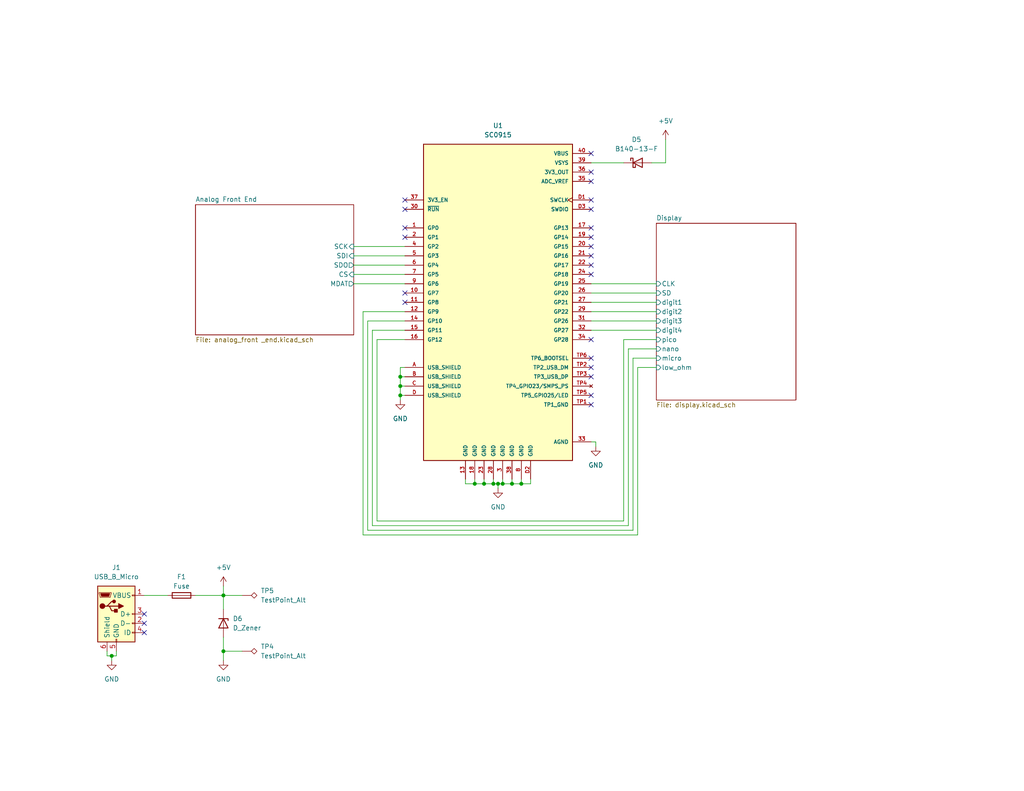
<source format=kicad_sch>
(kicad_sch (version 20230121) (generator eeschema)
  (paper "USLetter")
  (title_block (title "Multimeter") (rev "1"))
  (lib_symbols
    (symbol "Connector:TestPoint_Alt" (pin_numbers hide) (pin_names (offset 0.762) hide)
      (property "Reference" "TP" (at 0 6.858 0))
      (property "Value" "TestPoint_Alt" (at 0 5.08 0))
      (symbol "TestPoint_Alt_0_1"
        (polyline (pts (xy 0 2.54) (xy -0.762 3.302) (xy 0 4.064) (xy 0.762 3.302) (xy 0 2.54)))
      )
      (symbol "TestPoint_Alt_1_1"
        (pin passive line (at 0 0 90) (length 2.54) (name "1") (number "1"))
      )
    )
    (symbol "Connector:USB_B_Micro" (pin_names (offset 1.016))
      (property "Reference" "J" (at -5.08 11.43 0))
      (property "Value" "USB_B_Micro" (at -5.08 8.89 0))
      (symbol "USB_B_Micro_0_1"
        (rectangle (start -5.08 -7.62) (end 5.08 7.62) (stroke (width 0.254)) (fill (type background)))
        (circle (center -3.81 2.159) (radius 0.635) (stroke (width 0.254)) (fill (type outline)))
        (circle (center -0.635 3.429) (radius 0.381) (stroke (width 0.254)) (fill (type outline)))
        (rectangle (start -0.127 -7.62) (end 0.127 -6.858))
        (polyline (pts (xy -1.905 2.159) (xy 0.635 2.159)) (stroke (width 0.254)))
        (polyline (pts (xy -3.175 2.159) (xy -2.54 2.159) (xy -1.27 3.429) (xy -0.635 3.429)) (stroke (width 0.254)))
        (polyline (pts (xy -2.54 2.159) (xy -1.905 2.159) (xy -1.27 0.889) (xy 0 0.889)) (stroke (width 0.254)))
        (polyline (pts (xy 0.635 2.794) (xy 0.635 1.524) (xy 1.905 2.159) (xy 0.635 2.794)) (stroke (width 0.254)) (fill (type outline)))
        (polyline (pts (xy -4.318 5.588) (xy -1.778 5.588) (xy -2.032 4.826) (xy -4.064 4.826) (xy -4.318 5.588)) (fill (type outline)))
        (polyline (pts (xy -4.699 5.842) (xy -4.699 5.588) (xy -4.445 4.826) (xy -4.445 4.572) (xy -1.651 4.572) (xy -1.651 4.826) (xy -1.397 5.588) (xy -1.397 5.842) (xy -4.699 5.842)))
        (rectangle (start 0.254 1.27) (end -0.508 0.508) (stroke (width 0.254)) (fill (type outline)))
        (rectangle (start 5.08 -5.207) (end 4.318 -4.953))
        (rectangle (start 5.08 -2.667) (end 4.318 -2.413))
        (rectangle (start 5.08 -0.127) (end 4.318 0.127))
        (rectangle (start 5.08 4.953) (end 4.318 5.207))
      )
      (symbol "USB_B_Micro_1_1"
        (pin power_out line (at 7.62 5.08 180) (length 2.54) (name "VBUS") (number "1"))
        (pin bidirectional line (at 7.62 -2.54 180) (length 2.54) (name "D-") (number "2"))
        (pin bidirectional line (at 7.62 0 180) (length 2.54) (name "D+") (number "3"))
        (pin passive line (at 7.62 -5.08 180) (length 2.54) (name "ID") (number "4"))
        (pin power_out line (at 0 -10.16 90) (length 2.54) (name "GND") (number "5"))
        (pin passive line (at -2.54 -10.16 90) (length 2.54) (name "Shield") (number "6"))
      )
    )
    (symbol "Device:D_Schottky" (pin_numbers hide) (pin_names (offset 1.016) hide)
      (property "Reference" "D" (at 0 2.54 0))
      (property "Value" "D_Schottky" (at 0 -2.54 0))
      (symbol "D_Schottky_0_1"
        (polyline (pts (xy 1.27 0) (xy -1.27 0)))
        (polyline (pts (xy 1.27 1.27) (xy 1.27 -1.27) (xy -1.27 0) (xy 1.27 1.27)) (stroke (width 0.254)))
        (polyline (pts (xy -1.905 0.635) (xy -1.905 1.27) (xy -1.27 1.27) (xy -1.27 -1.27) (xy -0.635 -1.27) (xy -0.635 -0.635)) (stroke (width 0.254)))
      )
      (symbol "D_Schottky_1_1"
        (pin passive line (at -3.81 0 0) (length 2.54) (name "K") (number "1"))
        (pin passive line (at 3.81 0 180) (length 2.54) (name "A") (number "2"))
      )
    )
    (symbol "Device:D_Zener" (pin_numbers hide) (pin_names (offset 1.016) hide)
      (property "Reference" "D" (at 0 2.54 0))
      (property "Value" "D_Zener" (at 0 -2.54 0))
      (symbol "D_Zener_0_1"
        (polyline (pts (xy 1.27 0) (xy -1.27 0)))
        (polyline (pts (xy -1.27 -1.27) (xy -1.27 1.27) (xy -0.762 1.27)) (stroke (width 0.254)))
        (polyline (pts (xy 1.27 -1.27) (xy 1.27 1.27) (xy -1.27 0) (xy 1.27 -1.27)) (stroke (width 0.254)))
      )
      (symbol "D_Zener_1_1"
        (pin passive line (at -3.81 0 0) (length 2.54) (name "K") (number "1"))
        (pin passive line (at 3.81 0 180) (length 2.54) (name "A") (number "2"))
      )
    )
    (symbol "Device:Fuse" (pin_numbers hide) (pin_names (offset 0))
      (property "Reference" "F" (at 2.032 0 90))
      (property "Value" "Fuse" (at -1.905 0 90))
      (symbol "Fuse_0_1"
        (rectangle (start -0.762 -2.54) (end 0.762 2.54) (stroke (width 0.254)))
        (polyline (pts (xy 0 2.54) (xy 0 -2.54)))
      )
      (symbol "Fuse_1_1"
        (pin passive line (at 0 3.81 270) (length 1.27) (name "~") (number "1"))
        (pin passive line (at 0 -3.81 90) (length 1.27) (name "~") (number "2"))
      )
    )
    (symbol "multimeter_parts:SC0915" (pin_names (offset 1.016))
      (property "Reference" "U" (at -20.32 44.069 0))
      (property "Value" "SC0915" (at 10.16 43.18 0))
      (symbol "SC0915_0_0"
        (rectangle (start -20.32 -43.18) (end 20.32 43.18) (stroke (width 0.254)) (fill (type background)))
        (pin bidirectional line (at -25.4 20.32 0) (length 5.08) (name "GP0") (number "1"))
        (pin bidirectional line (at -25.4 2.54 0) (length 5.08) (name "GP7") (number "10"))
        (pin bidirectional line (at -25.4 0 0) (length 5.08) (name "GP8") (number "11"))
        (pin bidirectional line (at -25.4 -2.54 0) (length 5.08) (name "GP9") (number "12"))
        (pin power_in line (at -8.89 -48.26 90) (length 5.08) (name "GND") (number "13"))
        (pin bidirectional line (at -25.4 -5.08 0) (length 5.08) (name "GP10") (number "14"))
        (pin bidirectional line (at -25.4 -7.62 0) (length 5.08) (name "GP11") (number "15"))
        (pin bidirectional line (at -25.4 -10.16 0) (length 5.08) (name "GP12") (number "16"))
        (pin bidirectional line (at 25.4 20.32 180) (length 5.08) (name "GP13") (number "17"))
        (pin power_in line (at -6.35 -48.26 90) (length 5.08) (name "GND") (number "18"))
        (pin bidirectional line (at 25.4 17.78 180) (length 5.08) (name "GP14") (number "19"))
        (pin bidirectional line (at -25.4 17.78 0) (length 5.08) (name "GP1") (number "2"))
        (pin bidirectional line (at 25.4 15.24 180) (length 5.08) (name "GP15") (number "20"))
        (pin bidirectional line (at 25.4 12.7 180) (length 5.08) (name "GP16") (number "21"))
        (pin bidirectional line (at 25.4 10.16 180) (length 5.08) (name "GP17") (number "22"))
        (pin power_in line (at -3.81 -48.26 90) (length 5.08) (name "GND") (number "23"))
        (pin bidirectional line (at 25.4 7.62 180) (length 5.08) (name "GP18") (number "24"))
        (pin bidirectional line (at 25.4 5.08 180) (length 5.08) (name "GP19") (number "25"))
        (pin bidirectional line (at 25.4 2.54 180) (length 5.08) (name "GP20") (number "26"))
        (pin bidirectional line (at 25.4 0 180) (length 5.08) (name "GP21") (number "27"))
        (pin power_in line (at -1.27 -48.26 90) (length 5.08) (name "GND") (number "28"))
        (pin bidirectional line (at 25.4 -2.54 180) (length 5.08) (name "GP22") (number "29"))
        (pin power_in line (at 1.27 -48.26 90) (length 5.08) (name "GND") (number "3"))
        (pin input line (at -25.4 25.4 0) (length 5.08) (name "~{RUN}") (number "30"))
        (pin bidirectional line (at 25.4 -5.08 180) (length 5.08) (name "GP26") (number "31"))
        (pin bidirectional line (at 25.4 -7.62 180) (length 5.08) (name "GP27") (number "32"))
        (pin power_in line (at 25.4 -38.1 180) (length 5.08) (name "AGND") (number "33"))
        (pin bidirectional line (at 25.4 -10.16 180) (length 5.08) (name "GP28") (number "34"))
        (pin power_in line (at 25.4 33.02 180) (length 5.08) (name "ADC_VREF") (number "35"))
        (pin power_in line (at 25.4 35.56 180) (length 5.08) (name "3V3_OUT") (number "36"))
        (pin input line (at -25.4 27.94 0) (length 5.08) (name "3V3_EN") (number "37"))
        (pin power_in line (at 3.81 -48.26 90) (length 5.08) (name "GND") (number "38"))
        (pin power_in line (at 25.4 38.1 180) (length 5.08) (name "VSYS") (number "39"))
        (pin bidirectional line (at -25.4 15.24 0) (length 5.08) (name "GP2") (number "4"))
        (pin power_in line (at 25.4 40.64 180) (length 5.08) (name "VBUS") (number "40"))
        (pin bidirectional line (at -25.4 12.7 0) (length 5.08) (name "GP3") (number "5"))
        (pin bidirectional line (at -25.4 10.16 0) (length 5.08) (name "GP4") (number "6"))
        (pin bidirectional line (at -25.4 7.62 0) (length 5.08) (name "GP5") (number "7"))
        (pin power_in line (at 6.35 -48.26 90) (length 5.08) (name "GND") (number "8"))
        (pin bidirectional line (at -25.4 5.08 0) (length 5.08) (name "GP6") (number "9"))
        (pin power_in line (at -25.4 -17.78 0) (length 5.08) (name "USB_SHIELD") (number "A"))
        (pin power_in line (at -25.4 -20.32 0) (length 5.08) (name "USB_SHIELD") (number "B"))
        (pin power_in line (at -25.4 -22.86 0) (length 5.08) (name "USB_SHIELD") (number "C"))
        (pin power_in line (at -25.4 -25.4 0) (length 5.08) (name "USB_SHIELD") (number "D"))
        (pin input clock (at 25.4 27.94 180) (length 5.08) (name "SWCLK") (number "D1"))
        (pin power_in line (at 8.89 -48.26 90) (length 5.08) (name "GND") (number "D2"))
        (pin bidirectional line (at 25.4 25.4 180) (length 5.08) (name "SWDIO") (number "D3"))
        (pin power_in line (at 25.4 -27.94 180) (length 5.08) (name "TP1_GND") (number "TP1"))
        (pin bidirectional line (at 25.4 -17.78 180) (length 5.08) (name "TP2_USB_DM") (number "TP2"))
        (pin bidirectional line (at 25.4 -20.32 180) (length 5.08) (name "TP3_USB_DP") (number "TP3"))
        (pin no_connect line (at 25.4 -22.86 180) (length 5.08) (name "TP4_GPIO23/SMPS_PS") (number "TP4"))
        (pin output line (at 25.4 -25.4 180) (length 5.08) (name "TP5_GPIO25/LED") (number "TP5"))
        (pin input line (at 25.4 -15.24 180) (length 5.08) (name "TP6_BOOTSEL") (number "TP6"))
      )
    )
    (symbol "power:+5V" (power) (pin_names (offset 0))
      (property "Value" "+5V" (at 0 3.556 0))
      (symbol "+5V_0_1"
        (polyline (pts (xy -0.762 1.27) (xy 0 2.54)))
        (polyline (pts (xy 0 0) (xy 0 2.54)))
        (polyline (pts (xy 0 2.54) (xy 0.762 1.27)))
      )
      (symbol "+5V_1_1"
        (pin power_in line (at 0 0 90) (length 0) hide (name "+5V") (number "1"))
      )
    )
    (symbol "power:GND" (power) (pin_names (offset 0))
      (property "Value" "GND" (at 0 -3.81 0))
      (symbol "GND_0_1"
        (polyline (pts (xy 0 0) (xy 0 -1.27) (xy 1.27 -1.27) (xy 0 -2.54) (xy -1.27 -1.27) (xy 0 -1.27)))
      )
      (symbol "GND_1_1"
        (pin power_in line (at 0 0 270) (length 0) hide (name "GND") (number "1"))
      )
    )
  )
  (junction (at 139.7 132.08))
  (junction (at 60.96 162.56))
  (junction (at 137.16 132.08))
  (junction (at 30.48 179.07))
  (junction (at 135.89 132.08))
  (junction (at 60.96 177.8))
  (junction (at 132.08 132.08))
  (junction (at 109.22 107.95))
  (junction (at 134.62 132.08))
  (junction (at 109.22 105.41))
  (junction (at 129.54 132.08))
  (junction (at 142.24 132.08))
  (junction (at 109.22 102.87))
  (no_connect (at 161.29 107.95))
  (no_connect (at 161.29 41.91))
  (no_connect (at 161.29 67.31))
  (no_connect (at 110.49 54.61))
  (no_connect (at 161.29 54.61))
  (no_connect (at 39.37 170.18))
  (no_connect (at 161.29 74.93))
  (no_connect (at 161.29 64.77))
  (no_connect (at 110.49 62.23))
  (no_connect (at 161.29 92.71))
  (no_connect (at 110.49 80.01))
  (no_connect (at 161.29 46.99))
  (no_connect (at 161.29 49.53))
  (no_connect (at 161.29 110.49))
  (no_connect (at 110.49 57.15))
  (no_connect (at 161.29 69.85))
  (no_connect (at 161.29 57.15))
  (no_connect (at 39.37 172.72))
  (no_connect (at 110.49 64.77))
  (no_connect (at 110.49 82.55))
  (no_connect (at 39.37 167.64))
  (no_connect (at 161.29 72.39))
  (no_connect (at 161.29 100.33))
  (no_connect (at 161.29 97.79))
  (no_connect (at 161.29 102.87))
  (no_connect (at 161.29 62.23))
  (wire (pts (xy 179.07 95.25) (xy 171.45 95.25)))
  (wire (pts (xy 60.96 162.56) (xy 60.96 166.37)))
  (wire (pts (xy 134.62 130.81) (xy 134.62 132.08)))
  (wire (pts (xy 171.45 143.51) (xy 101.6 143.51)))
  (wire (pts (xy 127 132.08) (xy 129.54 132.08)))
  (wire (pts (xy 127 130.81) (xy 127 132.08)))
  (wire (pts (xy 161.29 120.65) (xy 162.56 120.65)))
  (wire (pts (xy 139.7 130.81) (xy 139.7 132.08)))
  (wire (pts (xy 161.29 90.17) (xy 179.07 90.17)))
  (wire (pts (xy 96.52 69.85) (xy 110.49 69.85)))
  (wire (pts (xy 109.22 102.87) (xy 110.49 102.87)))
  (wire (pts (xy 170.18 92.71) (xy 170.18 142.24)))
  (wire (pts (xy 109.22 105.41) (xy 110.49 105.41)))
  (wire (pts (xy 161.29 80.01) (xy 179.07 80.01)))
  (wire (pts (xy 109.22 100.33) (xy 110.49 100.33)))
  (wire (pts (xy 101.6 90.17) (xy 110.49 90.17)))
  (wire (pts (xy 31.75 177.8) (xy 31.75 179.07)))
  (wire (pts (xy 137.16 132.08) (xy 139.7 132.08)))
  (wire (pts (xy 109.22 102.87) (xy 109.22 100.33)))
  (wire (pts (xy 161.29 87.63) (xy 179.07 87.63)))
  (wire (pts (xy 179.07 100.33) (xy 173.99 100.33)))
  (wire (pts (xy 129.54 130.81) (xy 129.54 132.08)))
  (wire (pts (xy 144.78 132.08) (xy 144.78 130.81)))
  (wire (pts (xy 30.48 179.07) (xy 31.75 179.07)))
  (wire (pts (xy 96.52 67.31) (xy 110.49 67.31)))
  (wire (pts (xy 60.96 162.56) (xy 66.04 162.56)))
  (wire (pts (xy 109.22 107.95) (xy 110.49 107.95)))
  (wire (pts (xy 162.56 120.65) (xy 162.56 121.92)))
  (wire (pts (xy 29.21 177.8) (xy 29.21 179.07)))
  (wire (pts (xy 60.96 177.8) (xy 60.96 180.34)))
  (wire (pts (xy 173.99 100.33) (xy 173.99 146.05)))
  (wire (pts (xy 109.22 105.41) (xy 109.22 102.87)))
  (wire (pts (xy 161.29 85.09) (xy 179.07 85.09)))
  (wire (pts (xy 53.34 162.56) (xy 60.96 162.56)))
  (wire (pts (xy 96.52 77.47) (xy 110.49 77.47)))
  (wire (pts (xy 134.62 132.08) (xy 135.89 132.08)))
  (wire (pts (xy 137.16 130.81) (xy 137.16 132.08)))
  (wire (pts (xy 96.52 74.93) (xy 110.49 74.93)))
  (wire (pts (xy 101.6 143.51) (xy 101.6 90.17)))
  (wire (pts (xy 172.72 97.79) (xy 172.72 144.78)))
  (wire (pts (xy 179.07 97.79) (xy 172.72 97.79)))
  (wire (pts (xy 173.99 146.05) (xy 99.06 146.05)))
  (wire (pts (xy 60.96 177.8) (xy 66.04 177.8)))
  (wire (pts (xy 132.08 132.08) (xy 134.62 132.08)))
  (wire (pts (xy 109.22 107.95) (xy 109.22 105.41)))
  (wire (pts (xy 102.87 142.24) (xy 102.87 92.71)))
  (wire (pts (xy 142.24 132.08) (xy 144.78 132.08)))
  (wire (pts (xy 161.29 44.45) (xy 170.18 44.45)))
  (wire (pts (xy 99.06 85.09) (xy 110.49 85.09)))
  (wire (pts (xy 142.24 130.81) (xy 142.24 132.08)))
  (wire (pts (xy 39.37 162.56) (xy 45.72 162.56)))
  (wire (pts (xy 170.18 142.24) (xy 102.87 142.24)))
  (wire (pts (xy 100.33 144.78) (xy 100.33 87.63)))
  (wire (pts (xy 139.7 132.08) (xy 142.24 132.08)))
  (wire (pts (xy 135.89 132.08) (xy 135.89 133.35)))
  (wire (pts (xy 179.07 92.71) (xy 170.18 92.71)))
  (wire (pts (xy 129.54 132.08) (xy 132.08 132.08)))
  (wire (pts (xy 99.06 146.05) (xy 99.06 85.09)))
  (wire (pts (xy 181.61 44.45) (xy 177.8 44.45)))
  (wire (pts (xy 60.96 173.99) (xy 60.96 177.8)))
  (wire (pts (xy 100.33 87.63) (xy 110.49 87.63)))
  (wire (pts (xy 132.08 130.81) (xy 132.08 132.08)))
  (wire (pts (xy 161.29 82.55) (xy 179.07 82.55)))
  (wire (pts (xy 161.29 77.47) (xy 179.07 77.47)))
  (wire (pts (xy 172.72 144.78) (xy 100.33 144.78)))
  (wire (pts (xy 102.87 92.71) (xy 110.49 92.71)))
  (wire (pts (xy 30.48 179.07) (xy 30.48 180.34)))
  (wire (pts (xy 135.89 132.08) (xy 137.16 132.08)))
  (wire (pts (xy 171.45 95.25) (xy 171.45 143.51)))
  (wire (pts (xy 60.96 162.56) (xy 60.96 160.02)))
  (wire (pts (xy 29.21 179.07) (xy 30.48 179.07)))
  (wire (pts (xy 109.22 109.22) (xy 109.22 107.95)))
  (wire (pts (xy 96.52 72.39) (xy 110.49 72.39)))
  (wire (pts (xy 181.61 38.1) (xy 181.61 44.45)))
  (symbol (lib_id "Connector:USB_B_Micro") (at 31.75 167.64 0) (unit 1)
    (property "Reference" "J1" (at 31.75 154.94 0))
    (property "Value" "USB_B_Micro" (at 31.75 157.48 0))
  )
  (symbol (lib_id "Connector:TestPoint_Alt") (at 66.04 162.56 270) (unit 1)
    (property "Reference" "TP5" (at 71.12 161.29 90) (effects (justify left)))
    (property "Value" "TestPoint_Alt" (at 71.12 163.83 90) (effects (justify left)))
  )
  (symbol (lib_id "Device:D_Zener") (at 60.96 170.18 270) (unit 1)
    (property "Reference" "D6" (at 63.5 168.91 90) (effects (justify left)))
    (property "Value" "D_Zener" (at 63.5 171.45 90) (effects (justify left)))
  )
  (symbol (lib_id "power:GND") (at 135.89 133.35 0) (unit 1)
    (property "Reference" "#PWR04" (effects hide))
    (property "Value" "GND" (at 135.89 138.43 0))
  )
  (symbol (lib_id "Connector:TestPoint_Alt") (at 66.04 177.8 270) (unit 1)
    (property "Reference" "TP4" (at 71.12 176.53 90) (effects (justify left)))
    (property "Value" "TestPoint_Alt" (at 71.12 179.07 90) (effects (justify left)))
  )
  (symbol (lib_id "multimeter_parts:SC0915") (at 135.89 82.55 0) (unit 1)
    (property "Reference" "U1" (at 135.89 34.29 0))
    (property "Value" "SC0915" (at 135.89 36.83 0))
    (property "Footprint" "Multimeter:MODULE_SC0915" (effects hide))
    (property "MF" "Raspberry Pi" (effects hide))
    (property "Description" "\nRaspberry Pi Pico Embedded Dev Module | Raspberry Pi SC0915\n" (effects hide))
    (property "Package" "None" (effects hide))
    (property "Price" "None" (effects hide))
    (property "Check_prices" "https://www.snapeda.com/parts/SC0915/Raspberry+Pi/view-part/?ref=eda" (effects hide))
    (property "STANDARD" "Manufacturer Recommendations" (effects hide))
    (property "PARTREV" "1.9" (effects hide))
    (property "SnapEDA_Link" "https://www.snapeda.com/parts/SC0915/Raspberry+Pi/view-part/?ref=snap" (effects hide))
    (property "MP" "SC0915" (effects hide))
    (property "Purchase-URL" "https://www.snapeda.com/api/url_track_click_mouser/?unipart_id=6331605&manufacturer=Raspberry Pi&part_name=SC0915&search_term=raspberry pi pico" (effects hide))
    (property "MANUFACTURER" "Pi Supply" (effects hide))
    (property "Availability" "In Stock" (effects hide))
    (property "SNAPEDA_PN" "SC0915" (effects hide))
  )
  (symbol (lib_id "power:GND") (at 109.22 109.22 0) (unit 1)
    (property "Reference" "#PWR010" (effects hide))
    (property "Value" "GND" (at 109.22 114.3 0))
  )
  (symbol (lib_id "power:GND") (at 162.56 121.92 0) (unit 1)
    (property "Reference" "#PWR05" (effects hide))
    (property "Value" "GND" (at 162.56 127 0))
  )
  (symbol (lib_id "Device:D_Schottky") (at 173.99 44.45 0) (unit 1)
    (property "Reference" "D5" (at 173.6725 38.1 0))
    (property "Value" "B140-13-F" (at 173.6725 40.64 0))
    (property "Footprint" "Diode_SMD:D_0805_2012Metric" (effects hide))
  )
  (symbol (lib_id "Device:Fuse") (at 49.53 162.56 90) (unit 1)
    (property "Reference" "F1" (at 49.53 157.48 90))
    (property "Value" "Fuse" (at 49.53 160.02 90))
    (property "Footprint" "Diode_SMD:D_0805_2012Metric" (effects hide))
  )
  (symbol (lib_id "power:GND") (at 60.96 180.34 0) (unit 1)
    (property "Reference" "#PWR09" (effects hide))
    (property "Value" "GND" (at 60.96 185.42 0))
  )
  (symbol (lib_id "power:+5V") (at 60.96 160.02 0) (unit 1)
    (property "Reference" "#PWR08" (effects hide))
    (property "Value" "+5V" (at 60.96 154.94 0))
  )
  (symbol (lib_id "power:+5V") (at 181.61 38.1 0) (unit 1)
    (property "Reference" "#PWR03" (effects hide))
    (property "Value" "+5V" (at 181.61 33.02 0))
  )
  (symbol (lib_id "power:GND") (at 30.48 180.34 0) (unit 1)
    (property "Reference" "#PWR07" (effects hide))
    (property "Value" "GND" (at 30.48 185.42 0))
  )
  (sheet (at 53.34 55.88) (size 43.18 35.56) (stroke (width 0.1524))
    (property "Sheetname" "Analog Front End" (at 53.34 55.1684 0) (effects (justify left bottom)))
    (property "Sheetfile" "analog_front _end.kicad_sch" (at 53.34 92.0246 0) (effects (justify left top)))
    (pin "SDI" input (at 96.52 69.85 0))
    (pin "SDO" output (at 96.52 72.39 0))
    (pin "SCK" input (at 96.52 67.31 0))
    (pin "CS" input (at 96.52 74.93 0))
    (pin "MDAT" output (at 96.52 77.47 0))
  )
  (sheet (at 179.07 60.96) (size 38.1 48.26) (stroke (width 0.1524))
    (property "Sheetname" "Display" (at 179.07 60.2484 0) (effects (justify left bottom)))
    (property "Sheetfile" "display.kicad_sch" (at 179.07 109.8046 0) (effects (justify left top)))
    (pin "digit2" input (at 179.07 85.09 180))
    (pin "digit1" input (at 179.07 82.55 180))
    (pin "digit3" input (at 179.07 87.63 180))
    (pin "digit4" input (at 179.07 90.17 180))
    (pin "low_ohm" input (at 179.07 100.33 180))
    (pin "pico" input (at 179.07 92.71 180))
    (pin "micro" input (at 179.07 97.79 180))
    (pin "nano" input (at 179.07 95.25 180))
    (pin "SD" input (at 179.07 80.01 180))
    (pin "CLK" input (at 179.07 77.47 180))
  )
)
</source>
